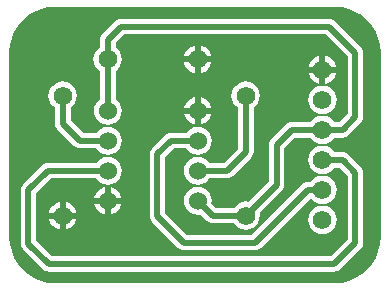
<source format=gbl>
%FSLAX24Y24*%
%MOIN*%
G70*
G01*
G75*
G04 Layer_Physical_Order=2*
G04 Layer_Color=16711680*
%ADD10C,0.0620*%
%ADD11C,0.0600*%
%ADD12C,0.0200*%
G36*
X9541Y7661D02*
X9776Y7604D01*
X9999Y7512D01*
X10205Y7386D01*
X10389Y7229D01*
X10546Y7045D01*
X10672Y6839D01*
X10764Y6616D01*
X10821Y6381D01*
X10839Y6154D01*
X10836Y6140D01*
Y0D01*
X10839Y-14D01*
X10821Y-241D01*
X10764Y-476D01*
X10672Y-699D01*
X10546Y-905D01*
X10389Y-1089D01*
X10205Y-1246D01*
X9999Y-1372D01*
X9776Y-1464D01*
X9541Y-1521D01*
X9314Y-1539D01*
X9300Y-1536D01*
X0D01*
X-14Y-1539D01*
X-241Y-1521D01*
X-476Y-1464D01*
X-699Y-1372D01*
X-905Y-1246D01*
X-1089Y-1089D01*
X-1246Y-905D01*
X-1372Y-699D01*
X-1464Y-476D01*
X-1521Y-241D01*
X-1539Y-14D01*
X-1536Y0D01*
Y6140D01*
X-1539Y6154D01*
X-1521Y6381D01*
X-1464Y6616D01*
X-1372Y6839D01*
X-1246Y7045D01*
X-1089Y7229D01*
X-905Y7386D01*
X-699Y7512D01*
X-476Y7604D01*
X-241Y7661D01*
X-49Y7676D01*
X9300D01*
X9314Y7679D01*
X9541Y7661D01*
D02*
G37*
%LPC*%
G36*
X8900Y3044D02*
X8777Y3028D01*
X8663Y2981D01*
X8565Y2905D01*
X8489Y2807D01*
X8442Y2693D01*
X8426Y2570D01*
X8442Y2447D01*
X8489Y2333D01*
X8565Y2235D01*
X8663Y2159D01*
X8777Y2112D01*
X8900Y2096D01*
X9023Y2112D01*
X9137Y2159D01*
X9235Y2235D01*
X9291Y2308D01*
X9461D01*
X9738Y2031D01*
Y-81D01*
X9181Y-638D01*
X-111D01*
X-638Y-111D01*
Y1451D01*
X-141Y1948D01*
X1361D01*
X1412Y1882D01*
X1508Y1808D01*
X1620Y1762D01*
X1740Y1746D01*
X1860Y1762D01*
X1972Y1808D01*
X2068Y1882D01*
X2142Y1978D01*
X2188Y2090D01*
X2204Y2210D01*
X2188Y2330D01*
X2142Y2442D01*
X2068Y2538D01*
X1972Y2612D01*
X1860Y2658D01*
X1740Y2674D01*
X1620Y2658D01*
X1508Y2612D01*
X1412Y2538D01*
X1361Y2472D01*
X-250D01*
X-318Y2463D01*
X-381Y2437D01*
X-435Y2395D01*
X-435Y2395D01*
X-1085Y1745D01*
X-1127Y1691D01*
X-1153Y1628D01*
X-1162Y1560D01*
X-1162Y1560D01*
Y-220D01*
X-1162Y-220D01*
X-1153Y-288D01*
X-1127Y-351D01*
X-1085Y-405D01*
X-405Y-1085D01*
X-405Y-1085D01*
X-351Y-1127D01*
X-288Y-1153D01*
X-220Y-1162D01*
X-220Y-1162D01*
X9290D01*
X9290Y-1162D01*
X9358Y-1153D01*
X9421Y-1127D01*
X9475Y-1085D01*
X10185Y-375D01*
X10185Y-375D01*
X10227Y-321D01*
X10235Y-303D01*
X10253Y-258D01*
X10262Y-190D01*
X10262Y-190D01*
Y2140D01*
X10262Y2140D01*
X10253Y2208D01*
X10227Y2271D01*
X10185Y2325D01*
X10185Y2325D01*
X9755Y2755D01*
X9701Y2797D01*
X9638Y2823D01*
X9570Y2832D01*
X9570Y2832D01*
X9291D01*
X9235Y2905D01*
X9137Y2981D01*
X9023Y3028D01*
X8900Y3044D01*
D02*
G37*
G36*
X1840Y1661D02*
Y1310D01*
X2191D01*
X2188Y1330D01*
X2142Y1442D01*
X2068Y1538D01*
X1972Y1612D01*
X1860Y1658D01*
X1840Y1661D01*
D02*
G37*
G36*
X1640D02*
X1620Y1658D01*
X1508Y1612D01*
X1412Y1538D01*
X1338Y1442D01*
X1292Y1330D01*
X1289Y1310D01*
X1640D01*
Y1661D01*
D02*
G37*
G36*
X4740Y3674D02*
X4620Y3658D01*
X4508Y3612D01*
X4412Y3538D01*
X4361Y3472D01*
X3850D01*
X3850Y3472D01*
X3782Y3463D01*
X3719Y3437D01*
X3665Y3395D01*
X3665Y3395D01*
X3215Y2945D01*
X3173Y2891D01*
X3147Y2828D01*
X3138Y2760D01*
X3138Y2760D01*
Y690D01*
X3138Y690D01*
X3147Y622D01*
X3173Y559D01*
X3215Y505D01*
X4095Y-375D01*
X4095Y-375D01*
X4149Y-417D01*
X4212Y-443D01*
X4280Y-452D01*
X4280Y-452D01*
X6650D01*
X6650Y-452D01*
X6718Y-443D01*
X6781Y-417D01*
X6835Y-375D01*
X8486Y1275D01*
X8536Y1272D01*
X8565Y1235D01*
X8663Y1159D01*
X8777Y1112D01*
X8900Y1096D01*
X9023Y1112D01*
X9137Y1159D01*
X9235Y1235D01*
X9311Y1333D01*
X9358Y1447D01*
X9374Y1570D01*
X9358Y1693D01*
X9311Y1807D01*
X9235Y1905D01*
X9137Y1981D01*
X9023Y2028D01*
X8900Y2044D01*
X8777Y2028D01*
X8663Y1981D01*
X8565Y1905D01*
X8509Y1832D01*
X8410D01*
X8410Y1832D01*
X8342Y1823D01*
X8279Y1797D01*
X8225Y1755D01*
X8225Y1755D01*
X6541Y72D01*
X4389D01*
X3662Y799D01*
Y2651D01*
X3959Y2948D01*
X4361D01*
X4412Y2882D01*
X4508Y2808D01*
X4620Y2762D01*
X4740Y2746D01*
X4860Y2762D01*
X4972Y2808D01*
X5068Y2882D01*
X5142Y2978D01*
X5188Y3090D01*
X5204Y3210D01*
X5188Y3330D01*
X5142Y3442D01*
X5068Y3538D01*
X4972Y3612D01*
X4860Y3658D01*
X4740Y3674D01*
D02*
G37*
G36*
X240Y5184D02*
X117Y5168D01*
X3Y5121D01*
X-95Y5045D01*
X-171Y4947D01*
X-218Y4833D01*
X-234Y4710D01*
X-218Y4587D01*
X-171Y4473D01*
X-95Y4375D01*
X-22Y4319D01*
Y3780D01*
X-22Y3780D01*
X-13Y3712D01*
X13Y3649D01*
X55Y3595D01*
X625Y3025D01*
X625Y3025D01*
X679Y2983D01*
X742Y2957D01*
X810Y2948D01*
X810Y2948D01*
X1361D01*
X1412Y2882D01*
X1508Y2808D01*
X1620Y2762D01*
X1740Y2746D01*
X1860Y2762D01*
X1972Y2808D01*
X2068Y2882D01*
X2142Y2978D01*
X2188Y3090D01*
X2204Y3210D01*
X2188Y3330D01*
X2142Y3442D01*
X2068Y3538D01*
X1972Y3612D01*
X1860Y3658D01*
X1740Y3674D01*
X1620Y3658D01*
X1508Y3612D01*
X1412Y3538D01*
X1361Y3472D01*
X919D01*
X502Y3889D01*
Y4319D01*
X575Y4375D01*
X651Y4473D01*
X698Y4587D01*
X714Y4710D01*
X698Y4833D01*
X651Y4947D01*
X575Y5045D01*
X477Y5121D01*
X363Y5168D01*
X240Y5184D01*
D02*
G37*
G36*
X6340D02*
X6217Y5168D01*
X6103Y5121D01*
X6005Y5045D01*
X5929Y4947D01*
X5882Y4833D01*
X5866Y4710D01*
X5882Y4587D01*
X5929Y4473D01*
X6005Y4375D01*
X6078Y4319D01*
Y2929D01*
X5621Y2472D01*
X5119D01*
X5068Y2538D01*
X4972Y2612D01*
X4860Y2658D01*
X4740Y2674D01*
X4620Y2658D01*
X4508Y2612D01*
X4412Y2538D01*
X4338Y2442D01*
X4292Y2330D01*
X4276Y2210D01*
X4292Y2090D01*
X4338Y1978D01*
X4412Y1882D01*
X4508Y1808D01*
X4620Y1762D01*
X4740Y1746D01*
X4860Y1762D01*
X4972Y1808D01*
X5068Y1882D01*
X5119Y1948D01*
X5730D01*
X5730Y1948D01*
X5798Y1957D01*
X5861Y1983D01*
X5915Y2025D01*
X6525Y2635D01*
X6525Y2635D01*
X6567Y2689D01*
X6593Y2752D01*
X6602Y2820D01*
X6602Y2820D01*
Y4319D01*
X6675Y4375D01*
X6751Y4473D01*
X6798Y4587D01*
X6814Y4710D01*
X6798Y4833D01*
X6751Y4947D01*
X6675Y5045D01*
X6577Y5121D01*
X6463Y5168D01*
X6340Y5184D01*
D02*
G37*
G36*
X340Y1171D02*
Y810D01*
X701D01*
X698Y833D01*
X651Y947D01*
X575Y1045D01*
X477Y1121D01*
X363Y1168D01*
X340Y1171D01*
D02*
G37*
G36*
X701Y610D02*
X340D01*
Y249D01*
X363Y252D01*
X477Y299D01*
X575Y375D01*
X651Y473D01*
X698Y587D01*
X701Y610D01*
D02*
G37*
G36*
X140D02*
X-221D01*
X-218Y587D01*
X-171Y473D01*
X-95Y375D01*
X3Y299D01*
X117Y252D01*
X140Y249D01*
Y610D01*
D02*
G37*
G36*
X8900Y1044D02*
X8777Y1028D01*
X8663Y981D01*
X8565Y905D01*
X8489Y807D01*
X8442Y693D01*
X8426Y570D01*
X8442Y447D01*
X8489Y333D01*
X8565Y235D01*
X8663Y159D01*
X8777Y112D01*
X8900Y96D01*
X9023Y112D01*
X9137Y159D01*
X9235Y235D01*
X9311Y333D01*
X9358Y447D01*
X9374Y570D01*
X9358Y693D01*
X9311Y807D01*
X9235Y905D01*
X9137Y981D01*
X9023Y1028D01*
X8900Y1044D01*
D02*
G37*
G36*
X140Y1171D02*
X117Y1168D01*
X3Y1121D01*
X-95Y1045D01*
X-171Y947D01*
X-218Y833D01*
X-221Y810D01*
X140D01*
Y1171D01*
D02*
G37*
G36*
X2191Y1110D02*
X1840D01*
Y759D01*
X1860Y762D01*
X1972Y808D01*
X2068Y882D01*
X2142Y978D01*
X2188Y1090D01*
X2191Y1110D01*
D02*
G37*
G36*
X1640D02*
X1289D01*
X1292Y1090D01*
X1338Y978D01*
X1412Y882D01*
X1508Y808D01*
X1620Y762D01*
X1640Y759D01*
Y1110D01*
D02*
G37*
G36*
X8800Y6031D02*
X8777Y6028D01*
X8663Y5981D01*
X8565Y5905D01*
X8489Y5807D01*
X8442Y5693D01*
X8439Y5670D01*
X8800D01*
Y6031D01*
D02*
G37*
G36*
X5201Y5820D02*
X4840D01*
Y5459D01*
X4863Y5462D01*
X4977Y5509D01*
X5075Y5585D01*
X5151Y5683D01*
X5198Y5797D01*
X5201Y5820D01*
D02*
G37*
G36*
X4640D02*
X4279D01*
X4282Y5797D01*
X4329Y5683D01*
X4405Y5585D01*
X4503Y5509D01*
X4617Y5462D01*
X4640Y5459D01*
Y5820D01*
D02*
G37*
G36*
X9000Y6031D02*
Y5670D01*
X9361D01*
X9358Y5693D01*
X9311Y5807D01*
X9235Y5905D01*
X9137Y5981D01*
X9023Y6028D01*
X9000Y6031D01*
D02*
G37*
G36*
X9120Y7272D02*
X9120Y7272D01*
X2170D01*
X2170Y7272D01*
X2102Y7263D01*
X2039Y7237D01*
X1985Y7195D01*
X1985Y7195D01*
X1555Y6765D01*
X1513Y6711D01*
X1487Y6648D01*
X1478Y6580D01*
X1478Y6580D01*
Y6311D01*
X1405Y6255D01*
X1329Y6157D01*
X1282Y6043D01*
X1266Y5920D01*
X1282Y5797D01*
X1329Y5683D01*
X1405Y5585D01*
X1478Y5529D01*
Y4589D01*
X1412Y4538D01*
X1338Y4442D01*
X1292Y4330D01*
X1276Y4210D01*
X1292Y4090D01*
X1338Y3978D01*
X1412Y3882D01*
X1508Y3808D01*
X1620Y3762D01*
X1740Y3746D01*
X1860Y3762D01*
X1972Y3808D01*
X2068Y3882D01*
X2142Y3978D01*
X2188Y4090D01*
X2204Y4210D01*
X2188Y4330D01*
X2142Y4442D01*
X2068Y4538D01*
X2002Y4589D01*
Y5529D01*
X2075Y5585D01*
X2151Y5683D01*
X2198Y5797D01*
X2214Y5920D01*
X2198Y6043D01*
X2151Y6157D01*
X2075Y6255D01*
X2002Y6311D01*
Y6471D01*
X2279Y6748D01*
X9011D01*
X9738Y6021D01*
Y4109D01*
X9461Y3832D01*
X9291D01*
X9235Y3905D01*
X9137Y3981D01*
X9023Y4028D01*
X8900Y4044D01*
X8777Y4028D01*
X8663Y3981D01*
X8565Y3905D01*
X8509Y3832D01*
X7870D01*
X7870Y3832D01*
X7802Y3823D01*
X7739Y3797D01*
X7685Y3755D01*
X7685Y3755D01*
X7185Y3255D01*
X7143Y3201D01*
X7117Y3138D01*
X7108Y3070D01*
X7108Y3070D01*
Y1849D01*
X6431Y1172D01*
X6340Y1184D01*
X6217Y1168D01*
X6103Y1121D01*
X6005Y1045D01*
X5949Y972D01*
X5349D01*
X5193Y1128D01*
X5204Y1210D01*
X5188Y1330D01*
X5142Y1442D01*
X5068Y1538D01*
X4972Y1612D01*
X4860Y1658D01*
X4740Y1674D01*
X4620Y1658D01*
X4508Y1612D01*
X4412Y1538D01*
X4338Y1442D01*
X4292Y1330D01*
X4276Y1210D01*
X4292Y1090D01*
X4338Y978D01*
X4412Y882D01*
X4508Y808D01*
X4620Y762D01*
X4740Y746D01*
X4822Y757D01*
X5055Y525D01*
X5055Y525D01*
X5109Y483D01*
X5172Y457D01*
X5240Y448D01*
X5949D01*
X6005Y375D01*
X6103Y299D01*
X6217Y252D01*
X6340Y236D01*
X6463Y252D01*
X6577Y299D01*
X6675Y375D01*
X6751Y473D01*
X6798Y587D01*
X6814Y710D01*
X6802Y801D01*
X7555Y1555D01*
X7555Y1555D01*
X7597Y1609D01*
X7623Y1672D01*
X7632Y1740D01*
X7632Y1740D01*
Y2961D01*
X7979Y3308D01*
X8509D01*
X8565Y3235D01*
X8663Y3159D01*
X8777Y3112D01*
X8900Y3096D01*
X9023Y3112D01*
X9137Y3159D01*
X9235Y3235D01*
X9291Y3308D01*
X9570D01*
X9570Y3308D01*
X9638Y3317D01*
X9701Y3343D01*
X9755Y3385D01*
X10185Y3815D01*
X10185Y3815D01*
X10227Y3869D01*
X10253Y3932D01*
X10262Y4000D01*
Y6130D01*
X10262Y6130D01*
X10253Y6198D01*
X10227Y6261D01*
X10185Y6315D01*
X10185Y6315D01*
X9305Y7195D01*
X9251Y7237D01*
X9188Y7263D01*
X9120Y7272D01*
D02*
G37*
G36*
X4840Y6381D02*
Y6020D01*
X5201D01*
X5198Y6043D01*
X5151Y6157D01*
X5075Y6255D01*
X4977Y6331D01*
X4863Y6378D01*
X4840Y6381D01*
D02*
G37*
G36*
X4640D02*
X4617Y6378D01*
X4503Y6331D01*
X4405Y6255D01*
X4329Y6157D01*
X4282Y6043D01*
X4279Y6020D01*
X4640D01*
Y6381D01*
D02*
G37*
G36*
X8900Y5044D02*
X8777Y5028D01*
X8663Y4981D01*
X8565Y4905D01*
X8489Y4807D01*
X8442Y4693D01*
X8426Y4570D01*
X8442Y4447D01*
X8489Y4333D01*
X8565Y4235D01*
X8663Y4159D01*
X8777Y4112D01*
X8900Y4096D01*
X9023Y4112D01*
X9137Y4159D01*
X9235Y4235D01*
X9311Y4333D01*
X9358Y4447D01*
X9374Y4570D01*
X9358Y4693D01*
X9311Y4807D01*
X9235Y4905D01*
X9137Y4981D01*
X9023Y5028D01*
X8900Y5044D01*
D02*
G37*
G36*
X5191Y4110D02*
X4840D01*
Y3759D01*
X4860Y3762D01*
X4972Y3808D01*
X5068Y3882D01*
X5142Y3978D01*
X5188Y4090D01*
X5191Y4110D01*
D02*
G37*
G36*
X4640D02*
X4289D01*
X4292Y4090D01*
X4338Y3978D01*
X4412Y3882D01*
X4508Y3808D01*
X4620Y3762D01*
X4640Y3759D01*
Y4110D01*
D02*
G37*
G36*
Y4661D02*
X4620Y4658D01*
X4508Y4612D01*
X4412Y4538D01*
X4338Y4442D01*
X4292Y4330D01*
X4289Y4310D01*
X4640D01*
Y4661D01*
D02*
G37*
G36*
X9361Y5470D02*
X9000D01*
Y5109D01*
X9023Y5112D01*
X9137Y5159D01*
X9235Y5235D01*
X9311Y5333D01*
X9358Y5447D01*
X9361Y5470D01*
D02*
G37*
G36*
X8800D02*
X8439D01*
X8442Y5447D01*
X8489Y5333D01*
X8565Y5235D01*
X8663Y5159D01*
X8777Y5112D01*
X8800Y5109D01*
Y5470D01*
D02*
G37*
G36*
X4840Y4661D02*
Y4310D01*
X5191D01*
X5188Y4330D01*
X5142Y4442D01*
X5068Y4538D01*
X4972Y4612D01*
X4860Y4658D01*
X4840Y4661D01*
D02*
G37*
%LPD*%
D10*
X4740Y5920D02*
D03*
X1740D02*
D03*
X8900Y570D02*
D03*
Y1570D02*
D03*
Y2570D02*
D03*
Y3570D02*
D03*
Y4570D02*
D03*
Y5570D02*
D03*
X6340Y710D02*
D03*
Y4710D02*
D03*
X240D02*
D03*
Y710D02*
D03*
D11*
X1740Y4210D02*
D03*
Y3210D02*
D03*
Y2210D02*
D03*
Y1210D02*
D03*
X4740D02*
D03*
Y2210D02*
D03*
Y3210D02*
D03*
Y4210D02*
D03*
D12*
X4280Y-190D02*
X6650D01*
X3400Y690D02*
X4280Y-190D01*
X3400Y690D02*
Y2760D01*
X8410Y1570D02*
X8900D01*
X6650Y-190D02*
X8410Y1570D01*
X2170Y7010D02*
X9120D01*
X1740Y6580D02*
X2170Y7010D01*
X1740Y5920D02*
Y6580D01*
X7370Y1740D02*
Y3070D01*
X6340Y710D02*
X7370Y1740D01*
X4740Y2210D02*
X5730D01*
X6340Y2820D02*
Y4710D01*
X5730Y2210D02*
X6340Y2820D01*
X5240Y710D02*
X6340D01*
X4740Y1210D02*
X5240Y710D01*
X1740Y4210D02*
Y5920D01*
X810Y3210D02*
X1740D01*
X240Y3780D02*
X810Y3210D01*
X240Y3780D02*
Y4710D01*
X1740Y2210D02*
X1790D01*
X-250D02*
X1740D01*
X9120Y7010D02*
X10000Y6130D01*
X9290Y-900D02*
X10000Y-190D01*
X-220Y-900D02*
X9290D01*
X-900Y-220D02*
X-220Y-900D01*
X-900Y1560D02*
X-250Y2210D01*
X-900Y-220D02*
Y1560D01*
X7370Y3070D02*
X7870Y3570D01*
X8900D01*
X3400Y2760D02*
X3850Y3210D01*
X4740D01*
X8900Y2570D02*
X9570D01*
X10000Y2140D01*
Y-190D02*
Y2140D01*
X8900Y3570D02*
X9570D01*
X10000Y4000D01*
Y6130D01*
M02*

</source>
